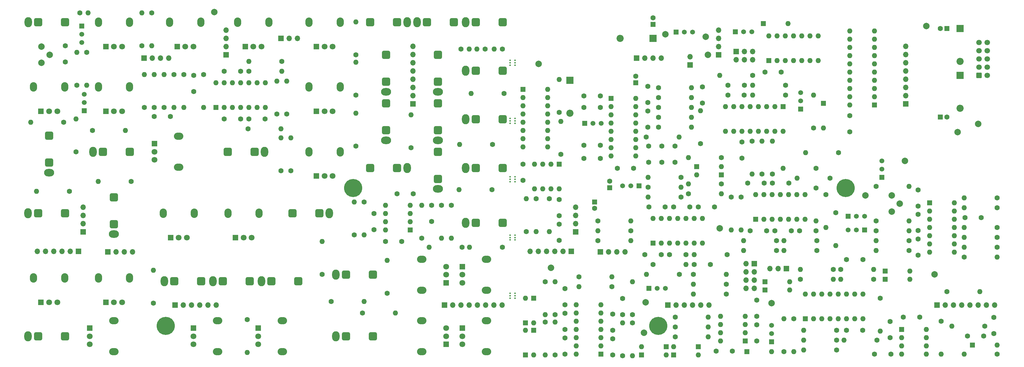
<source format=gbs>
%TF.GenerationSoftware,KiCad,Pcbnew,(6.0.6-0)*%
%TF.CreationDate,2023-05-13T23:48:37+01:00*%
%TF.ProjectId,ouroboros,6f75726f-626f-4726-9f73-2e6b69636164,r02*%
%TF.SameCoordinates,Original*%
%TF.FileFunction,Soldermask,Bot*%
%TF.FilePolarity,Negative*%
%FSLAX46Y46*%
G04 Gerber Fmt 4.6, Leading zero omitted, Abs format (unit mm)*
G04 Created by KiCad (PCBNEW (6.0.6-0)) date 2023-05-13 23:48:37*
%MOMM*%
%LPD*%
G01*
G04 APERTURE LIST*
G04 Aperture macros list*
%AMRoundRect*
0 Rectangle with rounded corners*
0 $1 Rounding radius*
0 $2 $3 $4 $5 $6 $7 $8 $9 X,Y pos of 4 corners*
0 Add a 4 corners polygon primitive as box body*
4,1,4,$2,$3,$4,$5,$6,$7,$8,$9,$2,$3,0*
0 Add four circle primitives for the rounded corners*
1,1,$1+$1,$2,$3*
1,1,$1+$1,$4,$5*
1,1,$1+$1,$6,$7*
1,1,$1+$1,$8,$9*
0 Add four rect primitives between the rounded corners*
20,1,$1+$1,$2,$3,$4,$5,0*
20,1,$1+$1,$4,$5,$6,$7,0*
20,1,$1+$1,$6,$7,$8,$9,0*
20,1,$1+$1,$8,$9,$2,$3,0*%
G04 Aperture macros list end*
%ADD10R,1.600000X1.600000*%
%ADD11O,1.600000X1.600000*%
%ADD12C,1.600000*%
%ADD13O,2.200000X2.900000*%
%ADD14R,1.800000X1.800000*%
%ADD15C,1.800000*%
%ADD16R,2.200000X2.200000*%
%ADD17O,2.200000X2.200000*%
%ADD18O,2.300000X3.100000*%
%ADD19RoundRect,0.650000X-0.650000X0.650000X-0.650000X-0.650000X0.650000X-0.650000X0.650000X0.650000X0*%
%ADD20O,2.900000X2.200000*%
%ADD21R,1.700000X1.700000*%
%ADD22O,1.700000X1.700000*%
%ADD23R,1.500000X1.500000*%
%ADD24C,1.500000*%
%ADD25O,3.100000X2.300000*%
%ADD26RoundRect,0.650000X-0.650000X-0.650000X0.650000X-0.650000X0.650000X0.650000X-0.650000X0.650000X0*%
%ADD27C,0.500000*%
%ADD28RoundRect,0.650000X0.650000X-0.650000X0.650000X0.650000X-0.650000X0.650000X-0.650000X-0.650000X0*%
%ADD29C,5.600000*%
%ADD30C,2.000000*%
%ADD31RoundRect,0.250000X-0.600000X-0.600000X0.600000X-0.600000X0.600000X0.600000X-0.600000X0.600000X0*%
%ADD32C,1.700000*%
G04 APERTURE END LIST*
D10*
%TO.C,U16*%
X311658000Y-95758000D03*
D11*
X311658000Y-98298000D03*
X311658000Y-100838000D03*
X311658000Y-103378000D03*
X311658000Y-105918000D03*
X311658000Y-108458000D03*
X311658000Y-110998000D03*
X319278000Y-110998000D03*
X319278000Y-108458000D03*
X319278000Y-105918000D03*
X319278000Y-103378000D03*
X319278000Y-100838000D03*
X319278000Y-98298000D03*
X319278000Y-95758000D03*
%TD*%
D12*
%TO.C,C2*%
X72390000Y-69088000D03*
X77390000Y-69088000D03*
%TD*%
%TO.C,R33*%
X137160000Y-95504000D03*
D11*
X137160000Y-105664000D03*
%TD*%
D12*
%TO.C,R7*%
X53340000Y-73406000D03*
D11*
X63500000Y-73406000D03*
%TD*%
D10*
%TO.C,U5*%
X210302000Y-142494000D03*
D11*
X210302000Y-139954000D03*
X210302000Y-137414000D03*
X210302000Y-134874000D03*
X210302000Y-132334000D03*
X210302000Y-129794000D03*
X210302000Y-127254000D03*
X202682000Y-127254000D03*
X202682000Y-129794000D03*
X202682000Y-132334000D03*
X202682000Y-134874000D03*
X202682000Y-137414000D03*
X202682000Y-139954000D03*
X202682000Y-142494000D03*
%TD*%
D12*
%TO.C,R92*%
X264414000Y-107442000D03*
D11*
X254254000Y-107442000D03*
%TD*%
D13*
%TO.C,RV2*%
X35200000Y-60000000D03*
X44800000Y-60000000D03*
D14*
X37500000Y-67500000D03*
D15*
X40000000Y-67500000D03*
X42500000Y-67500000D03*
%TD*%
D12*
%TO.C,R105*%
X280924000Y-88138000D03*
D11*
X270764000Y-88138000D03*
%TD*%
D13*
%TO.C,RV12*%
X95200000Y-99000000D03*
X104800000Y-99000000D03*
D14*
X97500000Y-106500000D03*
D15*
X100000000Y-106500000D03*
X102500000Y-106500000D03*
%TD*%
D12*
%TO.C,R55*%
X197866000Y-80772000D03*
D11*
X197866000Y-70612000D03*
%TD*%
D12*
%TO.C,R45*%
X179832000Y-109474000D03*
D11*
X169672000Y-109474000D03*
%TD*%
D12*
%TO.C,R89*%
X256921000Y-76708000D03*
D11*
X256921000Y-86868000D03*
%TD*%
D12*
%TO.C,R129*%
X332486000Y-109474000D03*
D11*
X322326000Y-109474000D03*
%TD*%
D16*
%TO.C,D21*%
X321056000Y-56388000D03*
D17*
X321056000Y-66548000D03*
%TD*%
D18*
%TO.C,J7*%
X75520000Y-120000000D03*
D19*
X86920000Y-120000000D03*
X78620000Y-120000000D03*
%TD*%
D12*
%TO.C,C51*%
X268986000Y-104394000D03*
X263986000Y-104394000D03*
%TD*%
D10*
%TO.C,D14*%
X260350000Y-40386000D03*
D11*
X267970000Y-40386000D03*
%TD*%
D20*
%TO.C,RV8*%
X80000000Y-84800000D03*
X80000000Y-75200000D03*
D14*
X72500000Y-77500000D03*
D15*
X72500000Y-80000000D03*
X72500000Y-82500000D03*
%TD*%
D10*
%TO.C,U13*%
X273304000Y-131572000D03*
D11*
X275844000Y-131572000D03*
X278384000Y-131572000D03*
X280924000Y-131572000D03*
X283464000Y-131572000D03*
X286004000Y-131572000D03*
X288544000Y-131572000D03*
X291084000Y-131572000D03*
X291084000Y-123952000D03*
X288544000Y-123952000D03*
X286004000Y-123952000D03*
X283464000Y-123952000D03*
X280924000Y-123952000D03*
X278384000Y-123952000D03*
X275844000Y-123952000D03*
X273304000Y-123952000D03*
%TD*%
D10*
%TO.C,C62*%
X315018500Y-69246000D03*
D12*
X317018500Y-69246000D03*
%TD*%
%TO.C,R1*%
X44450000Y-70866000D03*
D11*
X34290000Y-70866000D03*
%TD*%
D12*
%TO.C,R118*%
X296418000Y-125222000D03*
D11*
X296418000Y-135382000D03*
%TD*%
D12*
%TO.C,R74*%
X233172000Y-137160000D03*
D11*
X243332000Y-137160000D03*
%TD*%
D12*
%TO.C,R28*%
X134112000Y-105664000D03*
D11*
X134112000Y-95504000D03*
%TD*%
D12*
%TO.C,R17*%
X87630000Y-56134000D03*
D11*
X87630000Y-66294000D03*
%TD*%
D12*
%TO.C,R37*%
X161036000Y-96520000D03*
D11*
X161036000Y-106680000D03*
%TD*%
D12*
%TO.C,R69*%
X228082000Y-66304000D03*
D11*
X238242000Y-66304000D03*
%TD*%
D21*
%TO.C,J31*%
X221300000Y-51100000D03*
D22*
X223840000Y-51100000D03*
X226380000Y-51100000D03*
X228920000Y-51100000D03*
%TD*%
D23*
%TO.C,Q7*%
X262890000Y-138684000D03*
D24*
X262890000Y-136144000D03*
X262890000Y-133604000D03*
%TD*%
D12*
%TO.C,R59*%
X213614000Y-121666000D03*
D11*
X203454000Y-121666000D03*
%TD*%
D12*
%TO.C,R82*%
X247396000Y-89916000D03*
D11*
X237236000Y-89916000D03*
%TD*%
D12*
%TO.C,C19*%
X205058000Y-77978000D03*
X210058000Y-77978000D03*
%TD*%
D10*
%TO.C,D15*%
X260858000Y-120142000D03*
D11*
X268478000Y-120142000D03*
%TD*%
D23*
%TO.C,U8*%
X233426000Y-43032000D03*
D24*
X235966000Y-43032000D03*
X238506000Y-43032000D03*
%TD*%
D12*
%TO.C,C24*%
X213868000Y-142748000D03*
X213868000Y-137748000D03*
%TD*%
%TO.C,R36*%
X154940000Y-106680000D03*
D11*
X154940000Y-96520000D03*
%TD*%
D10*
%TO.C,U6*%
X213360000Y-63500000D03*
D11*
X213360000Y-66040000D03*
X213360000Y-68580000D03*
X213360000Y-71120000D03*
X213360000Y-73660000D03*
X213360000Y-76200000D03*
X213360000Y-78740000D03*
X213360000Y-81280000D03*
X220980000Y-81280000D03*
X220980000Y-78740000D03*
X220980000Y-76200000D03*
X220980000Y-73660000D03*
X220980000Y-71120000D03*
X220980000Y-68580000D03*
X220980000Y-66040000D03*
X220980000Y-63500000D03*
%TD*%
D10*
%TO.C,D1*%
X186944000Y-132842000D03*
D11*
X186944000Y-125222000D03*
%TD*%
D12*
%TO.C,R107*%
X282702000Y-98806000D03*
D11*
X282702000Y-108966000D03*
%TD*%
D12*
%TO.C,R44*%
X179861000Y-48260000D03*
D11*
X177321000Y-48260000D03*
%TD*%
D12*
%TO.C,C44*%
X254428000Y-62484000D03*
X249428000Y-62484000D03*
%TD*%
%TO.C,R48*%
X190246000Y-94488000D03*
D11*
X190246000Y-104648000D03*
%TD*%
D12*
%TO.C,R120*%
X305308000Y-110490000D03*
D11*
X295148000Y-110490000D03*
%TD*%
D10*
%TO.C,D11*%
X240284000Y-140208000D03*
D11*
X232664000Y-140208000D03*
%TD*%
D12*
%TO.C,R101*%
X276606000Y-91186000D03*
D11*
X276606000Y-101346000D03*
%TD*%
D12*
%TO.C,C29*%
X224780000Y-67400000D03*
X224780000Y-72400000D03*
%TD*%
%TO.C,R53*%
X196088000Y-142748000D03*
D11*
X196088000Y-132588000D03*
%TD*%
D23*
%TO.C,Q5*%
X225044000Y-122174000D03*
D24*
X227584000Y-122174000D03*
X230124000Y-122174000D03*
%TD*%
D12*
%TO.C,C15*%
X199136000Y-129874000D03*
X199136000Y-134874000D03*
%TD*%
D10*
%TO.C,C27*%
X220980000Y-58674000D03*
D12*
X220980000Y-56674000D03*
%TD*%
D10*
%TO.C,D10*%
X239776000Y-84582000D03*
D11*
X247396000Y-84582000D03*
%TD*%
D12*
%TO.C,R85*%
X248920000Y-123952000D03*
D11*
X238760000Y-123952000D03*
%TD*%
D12*
%TO.C,R8*%
X65278000Y-89154000D03*
D11*
X55118000Y-89154000D03*
%TD*%
D12*
%TO.C,R99*%
X275844000Y-72644000D03*
D11*
X275844000Y-62484000D03*
%TD*%
D25*
%TO.C,J21*%
X160000000Y-76480000D03*
D26*
X160000000Y-65080000D03*
X160000000Y-73380000D03*
%TD*%
D12*
%TO.C,R102*%
X276860000Y-107442000D03*
D11*
X266700000Y-107442000D03*
%TD*%
D12*
%TO.C,R22*%
X111506000Y-85852000D03*
D11*
X111506000Y-75692000D03*
%TD*%
D27*
%TO.C,mouse-bite-2*%
X182250000Y-70500000D03*
X183750000Y-70500000D03*
X182250000Y-71250000D03*
X182250000Y-69750000D03*
X183750000Y-71250000D03*
X183750000Y-69750000D03*
%TD*%
D12*
%TO.C,R56*%
X203454000Y-118618000D03*
D11*
X213614000Y-118618000D03*
%TD*%
D12*
%TO.C,R20*%
X101600000Y-55118000D03*
D11*
X111760000Y-55118000D03*
%TD*%
D23*
%TO.C,Q9*%
X286512000Y-99928000D03*
D24*
X289052000Y-99928000D03*
X291592000Y-99928000D03*
%TD*%
D12*
%TO.C,R54*%
X197358000Y-67818000D03*
D11*
X197358000Y-57658000D03*
%TD*%
D12*
%TO.C,C45*%
X258318000Y-125810000D03*
X258318000Y-130810000D03*
%TD*%
%TO.C,R43*%
X176657000Y-91694000D03*
D11*
X166497000Y-91694000D03*
%TD*%
D12*
%TO.C,R39*%
X167103000Y-48260000D03*
D11*
X169643000Y-48260000D03*
%TD*%
D12*
%TO.C,R9*%
X68580000Y-47244000D03*
D11*
X68580000Y-37084000D03*
%TD*%
D18*
%TO.C,J5*%
X53520000Y-80000000D03*
D19*
X64920000Y-80000000D03*
X56620000Y-80000000D03*
%TD*%
D12*
%TO.C,R12*%
X72390000Y-66294000D03*
D11*
X72390000Y-56134000D03*
%TD*%
D12*
%TO.C,R77*%
X234950000Y-93980000D03*
D11*
X224790000Y-93980000D03*
%TD*%
D12*
%TO.C,C42*%
X253746000Y-76962000D03*
X253746000Y-81962000D03*
%TD*%
%TO.C,R94*%
X266700000Y-141732000D03*
D11*
X266700000Y-131572000D03*
%TD*%
D12*
%TO.C,R50*%
X193040000Y-132588000D03*
D11*
X193040000Y-142748000D03*
%TD*%
D12*
%TO.C,C3*%
X84582000Y-61388000D03*
X84582000Y-56388000D03*
%TD*%
%TO.C,R35*%
X151638000Y-78740000D03*
D11*
X151638000Y-68580000D03*
%TD*%
D10*
%TO.C,D12*%
X247396000Y-87122000D03*
D11*
X239776000Y-87122000D03*
%TD*%
D12*
%TO.C,R58*%
X209296000Y-107442000D03*
D11*
X219456000Y-107442000D03*
%TD*%
D23*
%TO.C,Q2*%
X50800000Y-67310000D03*
D24*
X50800000Y-64770000D03*
X50800000Y-62230000D03*
%TD*%
D12*
%TO.C,R80*%
X241036000Y-77470000D03*
D11*
X241036000Y-67310000D03*
%TD*%
D18*
%TO.C,J24*%
X168520000Y-55000000D03*
D19*
X179920000Y-55000000D03*
X171620000Y-55000000D03*
%TD*%
D12*
%TO.C,C37*%
X236474000Y-111760000D03*
X231474000Y-111760000D03*
%TD*%
%TO.C,R67*%
X228082000Y-60208000D03*
D11*
X238242000Y-60208000D03*
%TD*%
D25*
%TO.C,J20*%
X160000000Y-61480000D03*
D26*
X160000000Y-50080000D03*
X160000000Y-58380000D03*
%TD*%
D12*
%TO.C,R98*%
X271780000Y-119380000D03*
D11*
X281940000Y-119380000D03*
%TD*%
D18*
%TO.C,J18*%
X150480000Y-85000000D03*
D28*
X139080000Y-85000000D03*
X147380000Y-85000000D03*
%TD*%
D12*
%TO.C,R26*%
X124206000Y-117856000D03*
D11*
X124206000Y-107696000D03*
%TD*%
D25*
%TO.C,J16*%
X144000000Y-61480000D03*
D26*
X144000000Y-50080000D03*
X144000000Y-58380000D03*
%TD*%
D12*
%TO.C,R46*%
X180340000Y-61976000D03*
D11*
X170180000Y-61976000D03*
%TD*%
D16*
%TO.C,D7*%
X226314000Y-44958000D03*
D17*
X216154000Y-44958000D03*
%TD*%
D12*
%TO.C,R3*%
X48514000Y-59436000D03*
D11*
X48514000Y-49276000D03*
%TD*%
D12*
%TO.C,C41*%
X245800000Y-141600000D03*
X250800000Y-141600000D03*
%TD*%
D10*
%TO.C,U12*%
X266446000Y-66040000D03*
D11*
X263906000Y-66040000D03*
X261366000Y-66040000D03*
X258826000Y-66040000D03*
X256286000Y-66040000D03*
X253746000Y-66040000D03*
X251206000Y-66040000D03*
X248666000Y-66040000D03*
X248666000Y-73660000D03*
X251206000Y-73660000D03*
X253746000Y-73660000D03*
X256286000Y-73660000D03*
X258826000Y-73660000D03*
X261366000Y-73660000D03*
X263906000Y-73660000D03*
X266446000Y-73660000D03*
%TD*%
D23*
%TO.C,Q6*%
X251714000Y-42926000D03*
D24*
X254254000Y-42926000D03*
X256794000Y-42926000D03*
%TD*%
D12*
%TO.C,R125*%
X332486000Y-94234000D03*
D11*
X322326000Y-94234000D03*
%TD*%
D10*
%TO.C,U15*%
X303022000Y-134874000D03*
D11*
X303022000Y-137414000D03*
X303022000Y-139954000D03*
X303022000Y-142494000D03*
X310642000Y-142494000D03*
X310642000Y-139954000D03*
X310642000Y-137414000D03*
X310642000Y-134874000D03*
%TD*%
D25*
%TO.C,J22*%
X160000000Y-91480000D03*
D26*
X160000000Y-80080000D03*
X160000000Y-88380000D03*
%TD*%
D20*
%TO.C,RV19*%
X155000000Y-141800000D03*
X155000000Y-132200000D03*
D14*
X162500000Y-139500000D03*
D15*
X162500000Y-137000000D03*
X162500000Y-134500000D03*
%TD*%
D18*
%TO.C,J14*%
X128520000Y-137000000D03*
D19*
X139920000Y-137000000D03*
X131620000Y-137000000D03*
%TD*%
D18*
%TO.C,J3*%
X33520000Y-99022500D03*
D19*
X44920000Y-99022500D03*
X36620000Y-99022500D03*
%TD*%
D12*
%TO.C,R57*%
X209296000Y-101346000D03*
D11*
X219456000Y-101346000D03*
%TD*%
D12*
%TO.C,R124*%
X328676000Y-133858000D03*
D11*
X318516000Y-133858000D03*
%TD*%
D27*
%TO.C,mouse-bite-4*%
X182250000Y-106500000D03*
X183750000Y-105750000D03*
X182250000Y-105750000D03*
X182250000Y-107250000D03*
X183750000Y-106500000D03*
X183750000Y-107250000D03*
%TD*%
D12*
%TO.C,R6*%
X51562000Y-49276000D03*
D11*
X51562000Y-59436000D03*
%TD*%
D23*
%TO.C,Q4*%
X221996000Y-90572000D03*
D24*
X219456000Y-90572000D03*
X216916000Y-90572000D03*
%TD*%
D12*
%TO.C,R90*%
X259969000Y-86868000D03*
D11*
X259969000Y-76708000D03*
%TD*%
D10*
%TO.C,D18*%
X297942000Y-116840000D03*
D11*
X305562000Y-116840000D03*
%TD*%
D13*
%TO.C,RV10*%
X77200000Y-40000000D03*
X86800000Y-40000000D03*
D14*
X79500000Y-47500000D03*
D15*
X82000000Y-47500000D03*
X84500000Y-47500000D03*
%TD*%
D23*
%TO.C,Q3*%
X205232000Y-71226000D03*
D24*
X207772000Y-71226000D03*
X210312000Y-71226000D03*
%TD*%
D10*
%TO.C,D19*%
X297942000Y-119380000D03*
D11*
X305562000Y-119380000D03*
%TD*%
D12*
%TO.C,R88*%
X257048000Y-56388000D03*
D11*
X246888000Y-56388000D03*
%TD*%
D10*
%TO.C,D17*%
X278892000Y-65024000D03*
D11*
X278892000Y-72644000D03*
%TD*%
D10*
%TO.C,C22*%
X213010000Y-91127500D03*
D12*
X213010000Y-89127500D03*
%TD*%
%TO.C,R14*%
X75438000Y-66294000D03*
D11*
X75438000Y-56134000D03*
%TD*%
D12*
%TO.C,R117*%
X295402000Y-138176000D03*
D11*
X285242000Y-138176000D03*
%TD*%
D12*
%TO.C,R13*%
X72136000Y-126746000D03*
D11*
X72136000Y-116586000D03*
%TD*%
D23*
%TO.C,Q8*%
X271886000Y-66802000D03*
D24*
X271886000Y-64262000D03*
X271886000Y-61722000D03*
%TD*%
D21*
%TO.C,J28*%
X201100000Y-110800000D03*
D22*
X198560000Y-110800000D03*
X196020000Y-110800000D03*
X193480000Y-110800000D03*
X190940000Y-110800000D03*
X188400000Y-110800000D03*
%TD*%
D13*
%TO.C,RV5*%
X55200000Y-60000000D03*
X64800000Y-60000000D03*
D14*
X57500000Y-67500000D03*
D15*
X60000000Y-67500000D03*
X62500000Y-67500000D03*
%TD*%
D12*
%TO.C,C16*%
X199136000Y-142494000D03*
X199136000Y-137494000D03*
%TD*%
D10*
%TO.C,D2*%
X186944000Y-142748000D03*
D11*
X186944000Y-135128000D03*
%TD*%
D12*
%TO.C,R34*%
X144272000Y-123698000D03*
D11*
X144272000Y-113538000D03*
%TD*%
D12*
%TO.C,C31*%
X225044000Y-97028000D03*
X230044000Y-97028000D03*
%TD*%
%TO.C,R70*%
X228082000Y-69352000D03*
D11*
X238242000Y-69352000D03*
%TD*%
D12*
%TO.C,R63*%
X219964000Y-132842000D03*
D11*
X219964000Y-143002000D03*
%TD*%
D10*
%TO.C,D8*%
X230378000Y-140208000D03*
D11*
X222758000Y-140208000D03*
%TD*%
D12*
%TO.C,R81*%
X247396000Y-81788000D03*
D11*
X237236000Y-81788000D03*
%TD*%
D25*
%TO.C,J2*%
X40000000Y-86480000D03*
D26*
X40000000Y-75080000D03*
X40000000Y-83380000D03*
%TD*%
D12*
%TO.C,R110*%
X282956000Y-141224000D03*
D11*
X272796000Y-141224000D03*
%TD*%
D12*
%TO.C,R84*%
X248920000Y-120904000D03*
D11*
X238760000Y-120904000D03*
%TD*%
D12*
%TO.C,R4*%
X48260000Y-80010000D03*
D11*
X48260000Y-69850000D03*
%TD*%
D18*
%TO.C,J12*%
X126480000Y-99000000D03*
D28*
X115080000Y-99000000D03*
X123380000Y-99000000D03*
%TD*%
D13*
%TO.C,RV6*%
X55200000Y-119000000D03*
X64800000Y-119000000D03*
D14*
X57500000Y-126500000D03*
D15*
X60000000Y-126500000D03*
X62500000Y-126500000D03*
%TD*%
D12*
%TO.C,R60*%
X216916000Y-143002000D03*
D11*
X216916000Y-132842000D03*
%TD*%
D25*
%TO.C,J17*%
X144000000Y-76480000D03*
D26*
X144000000Y-65080000D03*
X144000000Y-73380000D03*
%TD*%
D12*
%TO.C,R126*%
X332486000Y-97282000D03*
D11*
X322326000Y-97282000D03*
%TD*%
D12*
%TO.C,C60*%
X308102000Y-106934000D03*
X308102000Y-111934000D03*
%TD*%
D10*
%TO.C,C21*%
X208280000Y-95504000D03*
D12*
X208280000Y-97504000D03*
%TD*%
D16*
%TO.C,D20*%
X321056000Y-41910000D03*
D17*
X321056000Y-52070000D03*
%TD*%
D21*
%TO.C,J34*%
X304300000Y-65200000D03*
D22*
X304300000Y-62660000D03*
X304300000Y-60120000D03*
X304300000Y-57580000D03*
X304300000Y-55040000D03*
X304300000Y-52500000D03*
X304300000Y-49960000D03*
X304300000Y-47420000D03*
%TD*%
D12*
%TO.C,C35*%
X232664000Y-97028000D03*
X237664000Y-97028000D03*
%TD*%
D18*
%TO.C,J25*%
X168520000Y-70000000D03*
D19*
X179920000Y-70000000D03*
X171620000Y-70000000D03*
%TD*%
D10*
%TO.C,U1*%
X91440000Y-66294000D03*
D11*
X93980000Y-66294000D03*
X96520000Y-66294000D03*
X99060000Y-66294000D03*
X101600000Y-66294000D03*
X104140000Y-66294000D03*
X106680000Y-66294000D03*
X106680000Y-58674000D03*
X104140000Y-58674000D03*
X101600000Y-58674000D03*
X99060000Y-58674000D03*
X96520000Y-58674000D03*
X93980000Y-58674000D03*
X91440000Y-58674000D03*
%TD*%
D10*
%TO.C,D3*%
X189484000Y-125222000D03*
D11*
X189484000Y-132842000D03*
%TD*%
D10*
%TO.C,D16*%
X260858000Y-122682000D03*
D11*
X268478000Y-122682000D03*
%TD*%
D12*
%TO.C,R10*%
X69342000Y-66294000D03*
D11*
X69342000Y-56134000D03*
%TD*%
D12*
%TO.C,R31*%
X134620000Y-78232000D03*
D11*
X134620000Y-68072000D03*
%TD*%
D12*
%TO.C,R86*%
X250444000Y-93980000D03*
D11*
X250444000Y-104140000D03*
%TD*%
D29*
%TO.C,H3*%
X228000000Y-133800000D03*
%TD*%
D12*
%TO.C,C48*%
X260604000Y-89662000D03*
X255604000Y-89662000D03*
%TD*%
%TO.C,R66*%
X226314000Y-114808000D03*
D11*
X236474000Y-114808000D03*
%TD*%
D12*
%TO.C,C23*%
X213868000Y-130128000D03*
X213868000Y-135128000D03*
%TD*%
%TO.C,R61*%
X219456000Y-104394000D03*
D11*
X209296000Y-104394000D03*
%TD*%
D12*
%TO.C,R19*%
X101092000Y-131826000D03*
D11*
X101092000Y-141986000D03*
%TD*%
D23*
%TO.C,Q1*%
X50038000Y-41148000D03*
D24*
X50038000Y-43688000D03*
X50038000Y-46228000D03*
%TD*%
D13*
%TO.C,RV15*%
X129800000Y-40000000D03*
X120200000Y-40000000D03*
D14*
X122500000Y-47500000D03*
D15*
X125000000Y-47500000D03*
X127500000Y-47500000D03*
%TD*%
D12*
%TO.C,R122*%
X316992000Y-123190000D03*
D11*
X327152000Y-123190000D03*
%TD*%
D10*
%TO.C,D22*%
X324866000Y-139700000D03*
D11*
X332486000Y-139700000D03*
%TD*%
D12*
%TO.C,C61*%
X308610000Y-131064000D03*
X303610000Y-131064000D03*
%TD*%
%TO.C,R113*%
X294386000Y-119380000D03*
D11*
X284226000Y-119380000D03*
%TD*%
D12*
%TO.C,C20*%
X205058000Y-82042000D03*
X210058000Y-82042000D03*
%TD*%
%TO.C,C40*%
X245284000Y-97028000D03*
X240284000Y-97028000D03*
%TD*%
%TO.C,R103*%
X276860000Y-110490000D03*
D11*
X266700000Y-110490000D03*
%TD*%
D21*
%TO.C,J30*%
X210100000Y-110900000D03*
D22*
X212640000Y-110900000D03*
X215180000Y-110900000D03*
X217720000Y-110900000D03*
%TD*%
D12*
%TO.C,R119*%
X305308000Y-107442000D03*
D11*
X295148000Y-107442000D03*
%TD*%
D12*
%TO.C,R121*%
X315214000Y-132334000D03*
D11*
X315214000Y-142494000D03*
%TD*%
D12*
%TO.C,C18*%
X205058000Y-66294000D03*
X210058000Y-66294000D03*
%TD*%
%TO.C,R16*%
X81534000Y-56134000D03*
D11*
X81534000Y-66294000D03*
%TD*%
D21*
%TO.C,J33*%
X246600000Y-50100000D03*
D22*
X246600000Y-47560000D03*
X246600000Y-45020000D03*
X246600000Y-42480000D03*
%TD*%
D13*
%TO.C,RV17*%
X120200000Y-80000000D03*
X129800000Y-80000000D03*
D14*
X122500000Y-87500000D03*
D15*
X125000000Y-87500000D03*
X127500000Y-87500000D03*
%TD*%
D21*
%TO.C,J32*%
X230900000Y-127400000D03*
D22*
X233440000Y-127400000D03*
X235980000Y-127400000D03*
X238520000Y-127400000D03*
X241060000Y-127400000D03*
X243600000Y-127400000D03*
%TD*%
D23*
%TO.C,Q11*%
X296926000Y-87884000D03*
D24*
X296926000Y-85344000D03*
X296926000Y-82804000D03*
%TD*%
D12*
%TO.C,R47*%
X187198000Y-104648000D03*
D11*
X187198000Y-94488000D03*
%TD*%
D12*
%TO.C,C26*%
X220382000Y-85100000D03*
X215382000Y-85100000D03*
%TD*%
%TO.C,C43*%
X254508000Y-59436000D03*
X249508000Y-59436000D03*
%TD*%
%TO.C,C66*%
X331470000Y-131144000D03*
X331470000Y-136144000D03*
%TD*%
%TO.C,C39*%
X244014000Y-114808000D03*
X239014000Y-114808000D03*
%TD*%
%TO.C,C28*%
X224780000Y-64780000D03*
X224780000Y-59780000D03*
%TD*%
D10*
%TO.C,C32*%
X226314000Y-40640000D03*
D12*
X226314000Y-38640000D03*
%TD*%
%TO.C,C6*%
X101600000Y-69850000D03*
X106600000Y-69850000D03*
%TD*%
%TO.C,C34*%
X229098000Y-83242000D03*
X229098000Y-78242000D03*
%TD*%
%TO.C,R24*%
X113284000Y-68326000D03*
D11*
X113284000Y-58166000D03*
%TD*%
D12*
%TO.C,C1*%
X44958000Y-47284000D03*
X44958000Y-52284000D03*
%TD*%
%TO.C,R5*%
X49501000Y-37084000D03*
D11*
X52041000Y-37084000D03*
%TD*%
D18*
%TO.C,J26*%
X168520000Y-85000000D03*
D19*
X179920000Y-85000000D03*
X171620000Y-85000000D03*
%TD*%
D18*
%TO.C,J8*%
X90520000Y-120000000D03*
D19*
X101920000Y-120000000D03*
X93620000Y-120000000D03*
%TD*%
D12*
%TO.C,C57*%
X299466000Y-137414000D03*
X299466000Y-132414000D03*
%TD*%
D13*
%TO.C,RV16*%
X129800000Y-60000000D03*
X120200000Y-60000000D03*
D14*
X122500000Y-67500000D03*
D15*
X125000000Y-67500000D03*
X127500000Y-67500000D03*
%TD*%
D12*
%TO.C,C14*%
X199136000Y-122254000D03*
X199136000Y-127254000D03*
%TD*%
%TO.C,C7*%
X140208000Y-99060000D03*
X140208000Y-104060000D03*
%TD*%
%TO.C,R128*%
X332486000Y-106426000D03*
D11*
X322326000Y-106426000D03*
%TD*%
D12*
%TO.C,C13*%
X197358000Y-102362000D03*
X197358000Y-107362000D03*
%TD*%
%TO.C,R27*%
X127000000Y-126238000D03*
D11*
X137160000Y-126238000D03*
%TD*%
D12*
%TO.C,C54*%
X291084000Y-113284000D03*
X286084000Y-113284000D03*
%TD*%
%TO.C,C56*%
X294720000Y-142494000D03*
X299720000Y-142494000D03*
%TD*%
%TO.C,R127*%
X332486000Y-103378000D03*
D11*
X322326000Y-103378000D03*
%TD*%
D10*
%TO.C,U9*%
X254762000Y-138430000D03*
D11*
X254762000Y-135890000D03*
X254762000Y-133350000D03*
X254762000Y-130810000D03*
X247142000Y-130810000D03*
X247142000Y-133350000D03*
X247142000Y-135890000D03*
X247142000Y-138430000D03*
%TD*%
D12*
%TO.C,C38*%
X241554000Y-64944000D03*
X241554000Y-59944000D03*
%TD*%
%TO.C,C65*%
X327580000Y-100330000D03*
X322580000Y-100330000D03*
%TD*%
%TO.C,R68*%
X228082000Y-63256000D03*
D11*
X238242000Y-63256000D03*
%TD*%
D12*
%TO.C,R91*%
X263144000Y-86868000D03*
D11*
X263144000Y-76708000D03*
%TD*%
D10*
%TO.C,C63*%
X316992000Y-41910000D03*
D12*
X314992000Y-41910000D03*
%TD*%
%TO.C,C5*%
X99060000Y-69850000D03*
X94060000Y-69850000D03*
%TD*%
%TO.C,R32*%
X136652000Y-129794000D03*
D11*
X146812000Y-129794000D03*
%TD*%
D12*
%TO.C,C12*%
X197358000Y-94742000D03*
X197358000Y-99742000D03*
%TD*%
%TO.C,R18*%
X101346000Y-72898000D03*
D11*
X111506000Y-72898000D03*
%TD*%
D10*
%TO.C,U14*%
X294640000Y-65532000D03*
D11*
X294640000Y-62992000D03*
X294640000Y-60452000D03*
X294640000Y-57912000D03*
X294640000Y-55372000D03*
X294640000Y-52832000D03*
X294640000Y-50292000D03*
X294640000Y-47752000D03*
X294640000Y-45212000D03*
X294640000Y-42672000D03*
X287020000Y-42672000D03*
X287020000Y-45212000D03*
X287020000Y-47752000D03*
X287020000Y-50292000D03*
X287020000Y-52832000D03*
X287020000Y-55372000D03*
X287020000Y-57912000D03*
X287020000Y-60452000D03*
X287020000Y-62992000D03*
X287020000Y-65532000D03*
%TD*%
D12*
%TO.C,C47*%
X260858000Y-55372000D03*
X265858000Y-55372000D03*
%TD*%
%TO.C,R112*%
X284226000Y-116332000D03*
D11*
X294386000Y-116332000D03*
%TD*%
D12*
%TO.C,R116*%
X295148000Y-104394000D03*
D11*
X305308000Y-104394000D03*
%TD*%
D12*
%TO.C,R123*%
X322326000Y-112522000D03*
D11*
X332486000Y-112522000D03*
%TD*%
D10*
%TO.C,U7*%
X226314000Y-108204000D03*
D11*
X228854000Y-108204000D03*
X231394000Y-108204000D03*
X233934000Y-108204000D03*
X236474000Y-108204000D03*
X239014000Y-108204000D03*
X241554000Y-108204000D03*
X241554000Y-100584000D03*
X239014000Y-100584000D03*
X236474000Y-100584000D03*
X233934000Y-100584000D03*
X231394000Y-100584000D03*
X228854000Y-100584000D03*
X226314000Y-100584000D03*
%TD*%
D12*
%TO.C,R42*%
X176784000Y-77724000D03*
D11*
X166624000Y-77724000D03*
%TD*%
D12*
%TO.C,C36*%
X233162000Y-83242000D03*
X233162000Y-78242000D03*
%TD*%
D13*
%TO.C,RV13*%
X107800000Y-40000000D03*
X98200000Y-40000000D03*
D14*
X100500000Y-47500000D03*
D15*
X103000000Y-47500000D03*
X105500000Y-47500000D03*
%TD*%
D13*
%TO.C,RV9*%
X75200000Y-99000000D03*
X84800000Y-99000000D03*
D14*
X77500000Y-106500000D03*
D15*
X80000000Y-106500000D03*
X82500000Y-106500000D03*
%TD*%
D12*
%TO.C,R114*%
X295148000Y-90678000D03*
D11*
X305308000Y-90678000D03*
%TD*%
D12*
%TO.C,R130*%
X332486000Y-142494000D03*
D11*
X322326000Y-142494000D03*
%TD*%
D20*
%TO.C,RV7*%
X60000000Y-141800000D03*
X60000000Y-132200000D03*
D14*
X52500000Y-134500000D03*
D15*
X52500000Y-137000000D03*
X52500000Y-139500000D03*
%TD*%
D12*
%TO.C,C11*%
X186182000Y-88820000D03*
X186182000Y-83820000D03*
%TD*%
%TO.C,R21*%
X110236000Y-68326000D03*
D11*
X110236000Y-58166000D03*
%TD*%
D20*
%TO.C,RV18*%
X155000000Y-113200000D03*
X155000000Y-122800000D03*
D14*
X162500000Y-120500000D03*
D15*
X162500000Y-118000000D03*
X162500000Y-115500000D03*
%TD*%
D12*
%TO.C,R111*%
X283600000Y-80300000D03*
D11*
X273440000Y-80300000D03*
%TD*%
D12*
%TO.C,R109*%
X282956000Y-138176000D03*
D11*
X272796000Y-138176000D03*
%TD*%
D12*
%TO.C,C52*%
X271606000Y-104394000D03*
X276606000Y-104394000D03*
%TD*%
D10*
%TO.C,U3*%
X186182000Y-60706000D03*
D11*
X186182000Y-63246000D03*
X186182000Y-65786000D03*
X186182000Y-68326000D03*
X186182000Y-70866000D03*
X186182000Y-73406000D03*
X186182000Y-75946000D03*
X186182000Y-78486000D03*
X193802000Y-78486000D03*
X193802000Y-75946000D03*
X193802000Y-73406000D03*
X193802000Y-70866000D03*
X193802000Y-68326000D03*
X193802000Y-65786000D03*
X193802000Y-63246000D03*
X193802000Y-60706000D03*
%TD*%
D18*
%TO.C,J13*%
X128520000Y-118000000D03*
D19*
X139920000Y-118000000D03*
X131620000Y-118000000D03*
%TD*%
D12*
%TO.C,R71*%
X228082000Y-72400000D03*
D11*
X238242000Y-72400000D03*
%TD*%
D12*
%TO.C,R65*%
X224790000Y-90932000D03*
D11*
X234950000Y-90932000D03*
%TD*%
D10*
%TO.C,U4*%
X197358000Y-83820000D03*
D11*
X194818000Y-83820000D03*
X192278000Y-83820000D03*
X189738000Y-83820000D03*
X189738000Y-91440000D03*
X192278000Y-91440000D03*
X194818000Y-91440000D03*
X197358000Y-91440000D03*
%TD*%
D13*
%TO.C,RV4*%
X64800000Y-40000000D03*
X55200000Y-40000000D03*
D14*
X57500000Y-47500000D03*
D15*
X60000000Y-47500000D03*
X62500000Y-47500000D03*
%TD*%
D12*
%TO.C,R83*%
X249174000Y-111760000D03*
D11*
X239014000Y-111760000D03*
%TD*%
D12*
%TO.C,C46*%
X258318000Y-133430000D03*
X258318000Y-138430000D03*
%TD*%
%TO.C,R75*%
X234442000Y-117856000D03*
D11*
X224282000Y-117856000D03*
%TD*%
D12*
%TO.C,R106*%
X281940000Y-116332000D03*
D11*
X271780000Y-116332000D03*
%TD*%
D12*
%TO.C,R11*%
X71628000Y-37084000D03*
D11*
X71628000Y-47244000D03*
%TD*%
D12*
%TO.C,R64*%
X224272000Y-75448000D03*
D11*
X234432000Y-75448000D03*
%TD*%
D18*
%TO.C,J4*%
X33520000Y-137000000D03*
D19*
X44920000Y-137000000D03*
X36620000Y-137000000D03*
%TD*%
D12*
%TO.C,R96*%
X267208000Y-62484000D03*
D11*
X257048000Y-62484000D03*
%TD*%
D12*
%TO.C,R104*%
X279654000Y-93218000D03*
D11*
X279654000Y-103378000D03*
%TD*%
D10*
%TO.C,U2*%
X151384000Y-104140000D03*
D11*
X151384000Y-101600000D03*
X151384000Y-99060000D03*
X151384000Y-96520000D03*
X143764000Y-96520000D03*
X143764000Y-99060000D03*
X143764000Y-101600000D03*
X143764000Y-104140000D03*
%TD*%
D29*
%TO.C,H4*%
X285800000Y-91200000D03*
%TD*%
%TO.C,H1*%
X76000000Y-133800000D03*
%TD*%
D12*
%TO.C,R51*%
X194310000Y-94488000D03*
D11*
X194310000Y-104648000D03*
%TD*%
D12*
%TO.C,R93*%
X264414000Y-110490000D03*
D11*
X254254000Y-110490000D03*
%TD*%
D20*
%TO.C,RV20*%
X175000000Y-122800000D03*
X175000000Y-113200000D03*
D14*
X167500000Y-115500000D03*
D15*
X167500000Y-118000000D03*
X167500000Y-120500000D03*
%TD*%
D12*
%TO.C,C9*%
X147320000Y-92964000D03*
X152320000Y-92964000D03*
%TD*%
%TO.C,R2*%
X46228000Y-92202000D03*
D11*
X36068000Y-92202000D03*
%TD*%
D12*
%TO.C,R97*%
X269748000Y-131572000D03*
D11*
X269748000Y-141732000D03*
%TD*%
D12*
%TO.C,R87*%
X253492000Y-93980000D03*
D11*
X253492000Y-104140000D03*
%TD*%
D30*
%TO.C,RV1*%
X37632000Y-47538000D03*
X40132000Y-50038000D03*
X37632000Y-52538000D03*
%TD*%
D12*
%TO.C,C53*%
X287020000Y-68834000D03*
X287020000Y-73834000D03*
%TD*%
%TO.C,C58*%
X308102000Y-96774000D03*
X308102000Y-91774000D03*
%TD*%
%TO.C,R95*%
X267208000Y-59436000D03*
D11*
X257048000Y-59436000D03*
%TD*%
D12*
%TO.C,C55*%
X291004000Y-135128000D03*
X286004000Y-135128000D03*
%TD*%
D10*
%TO.C,U10*%
X258059000Y-100828000D03*
D11*
X260599000Y-100828000D03*
X263139000Y-100828000D03*
X265679000Y-100828000D03*
X268219000Y-100828000D03*
X270759000Y-100828000D03*
X273299000Y-100828000D03*
X273299000Y-93208000D03*
X270759000Y-93208000D03*
X268219000Y-93208000D03*
X265679000Y-93208000D03*
X263139000Y-93208000D03*
X260599000Y-93208000D03*
X258059000Y-93208000D03*
%TD*%
D25*
%TO.C,J6*%
X60000000Y-105480000D03*
D26*
X60000000Y-94080000D03*
X60000000Y-102380000D03*
%TD*%
D12*
%TO.C,R25*%
X114554000Y-85852000D03*
D11*
X114554000Y-75692000D03*
%TD*%
D12*
%TO.C,R76*%
X234950000Y-87884000D03*
D11*
X224790000Y-87884000D03*
%TD*%
D21*
%TO.C,J29*%
X202500000Y-104800000D03*
D22*
X202500000Y-102260000D03*
X202500000Y-99720000D03*
X202500000Y-97180000D03*
%TD*%
D27*
%TO.C,mouse-bite-3*%
X182250000Y-89250000D03*
X183750000Y-88500000D03*
X182250000Y-87750000D03*
X182250000Y-88500000D03*
X183750000Y-89250000D03*
X183750000Y-87750000D03*
%TD*%
D12*
%TO.C,C25*%
X216916000Y-125302000D03*
X216916000Y-130302000D03*
%TD*%
D27*
%TO.C,mouse-bite-5*%
X183750000Y-124500000D03*
X182250000Y-125250000D03*
X182250000Y-124500000D03*
X183750000Y-125250000D03*
X183750000Y-123750000D03*
X182250000Y-123750000D03*
%TD*%
D12*
%TO.C,R49*%
X193040000Y-120142000D03*
D11*
X193040000Y-130302000D03*
%TD*%
D29*
%TO.C,H2*%
X133800000Y-91200000D03*
%TD*%
D18*
%TO.C,J11*%
X105520000Y-120020000D03*
D19*
X116920000Y-120020000D03*
X108620000Y-120020000D03*
%TD*%
D13*
%TO.C,RV3*%
X44800000Y-119000000D03*
X35200000Y-119000000D03*
D14*
X37500000Y-126500000D03*
D15*
X40000000Y-126500000D03*
X42500000Y-126500000D03*
%TD*%
D12*
%TO.C,C50*%
X263224000Y-89662000D03*
X268224000Y-89662000D03*
%TD*%
%TO.C,C8*%
X143764000Y-107696000D03*
X148764000Y-107696000D03*
%TD*%
%TO.C,R73*%
X233172000Y-134112000D03*
D11*
X243332000Y-134112000D03*
%TD*%
D12*
%TO.C,R30*%
X134620000Y-62484000D03*
D11*
X134620000Y-52324000D03*
%TD*%
D12*
%TO.C,R78*%
X237236000Y-92964000D03*
D11*
X247396000Y-92964000D03*
%TD*%
D12*
%TO.C,C49*%
X261366000Y-104394000D03*
X256366000Y-104394000D03*
%TD*%
D20*
%TO.C,RV14*%
X112000000Y-132200000D03*
X112000000Y-141800000D03*
D14*
X104500000Y-134500000D03*
D15*
X104500000Y-137000000D03*
X104500000Y-139500000D03*
%TD*%
D27*
%TO.C,mouse-bite-1*%
X183750000Y-51750000D03*
X182250000Y-53250000D03*
X183750000Y-52500000D03*
X183750000Y-53250000D03*
X182250000Y-51750000D03*
X182250000Y-52500000D03*
%TD*%
D20*
%TO.C,RV11*%
X92000000Y-141800000D03*
X92000000Y-132200000D03*
D14*
X84500000Y-134500000D03*
D15*
X84500000Y-137000000D03*
X84500000Y-139500000D03*
%TD*%
D12*
%TO.C,R79*%
X238760000Y-117856000D03*
D11*
X248920000Y-117856000D03*
%TD*%
D12*
%TO.C,R29*%
X134620000Y-50038000D03*
D11*
X134620000Y-39878000D03*
%TD*%
D16*
%TO.C,D5*%
X200660000Y-57912000D03*
D17*
X200660000Y-68072000D03*
%TD*%
D10*
%TO.C,D4*%
X189484000Y-135128000D03*
D11*
X189484000Y-142748000D03*
%TD*%
D12*
%TO.C,R40*%
X167386000Y-109474000D03*
D11*
X157226000Y-109474000D03*
%TD*%
D12*
%TO.C,R38*%
X164084000Y-96520000D03*
D11*
X164084000Y-106680000D03*
%TD*%
D12*
%TO.C,C17*%
X205058000Y-62738000D03*
X210058000Y-62738000D03*
%TD*%
D18*
%TO.C,J23*%
X168520000Y-40000000D03*
D19*
X179920000Y-40000000D03*
X171620000Y-40000000D03*
%TD*%
D12*
%TO.C,R72*%
X233172000Y-131064000D03*
D11*
X243332000Y-131064000D03*
%TD*%
D18*
%TO.C,J1*%
X33542500Y-40000000D03*
D19*
X44942500Y-40000000D03*
X36642500Y-40000000D03*
%TD*%
D18*
%TO.C,J27*%
X168520000Y-102000000D03*
D19*
X179920000Y-102000000D03*
X171620000Y-102000000D03*
%TD*%
D12*
%TO.C,R41*%
X174498000Y-48260000D03*
D11*
X171958000Y-48260000D03*
%TD*%
D12*
%TO.C,C4*%
X94060000Y-55118000D03*
X99060000Y-55118000D03*
%TD*%
D10*
%TO.C,D9*%
X232664000Y-142748000D03*
D11*
X240284000Y-142748000D03*
%TD*%
D12*
%TO.C,C59*%
X308102000Y-99314000D03*
X308102000Y-104314000D03*
%TD*%
D23*
%TO.C,Q10*%
X291592000Y-104140000D03*
D24*
X289052000Y-104140000D03*
X286512000Y-104140000D03*
%TD*%
D10*
%TO.C,U11*%
X262123000Y-51806000D03*
D11*
X264663000Y-51806000D03*
X267203000Y-51806000D03*
X269743000Y-51806000D03*
X272283000Y-51806000D03*
X274823000Y-51806000D03*
X277363000Y-51806000D03*
X277363000Y-44186000D03*
X274823000Y-44186000D03*
X272283000Y-44186000D03*
X269743000Y-44186000D03*
X267203000Y-44186000D03*
X264663000Y-44186000D03*
X262123000Y-44186000D03*
%TD*%
D12*
%TO.C,R15*%
X78486000Y-56134000D03*
D11*
X78486000Y-66294000D03*
%TD*%
D12*
%TO.C,C33*%
X228854000Y-111760000D03*
X223854000Y-111760000D03*
%TD*%
%TO.C,C30*%
X225034000Y-83242000D03*
X225034000Y-78242000D03*
%TD*%
D21*
%TO.C,J10*%
X111521000Y-44958000D03*
D22*
X114061000Y-44958000D03*
X116601000Y-44958000D03*
%TD*%
D20*
%TO.C,RV21*%
X175000000Y-132200000D03*
X175000000Y-141800000D03*
D14*
X167500000Y-134500000D03*
D15*
X167500000Y-137000000D03*
X167500000Y-139500000D03*
%TD*%
D12*
%TO.C,R23*%
X111760000Y-52070000D03*
D11*
X101600000Y-52070000D03*
%TD*%
D12*
%TO.C,R108*%
X282956000Y-135128000D03*
D11*
X272796000Y-135128000D03*
%TD*%
D12*
%TO.C,R115*%
X295148000Y-101346000D03*
D11*
X305308000Y-101346000D03*
%TD*%
D12*
%TO.C,C10*%
X157988000Y-101520000D03*
X157988000Y-96520000D03*
%TD*%
%TO.C,R62*%
X219964000Y-130302000D03*
D11*
X219964000Y-120142000D03*
%TD*%
D18*
%TO.C,J9*%
X106480000Y-80000000D03*
D28*
X95080000Y-80000000D03*
X103380000Y-80000000D03*
%TD*%
D21*
%TO.C,J35*%
X314020000Y-127400000D03*
D22*
X316560000Y-127400000D03*
X319100000Y-127400000D03*
X321640000Y-127400000D03*
X324180000Y-127400000D03*
X326720000Y-127400000D03*
X329260000Y-127400000D03*
X331800000Y-127400000D03*
%TD*%
D10*
%TO.C,D13*%
X255270000Y-141732000D03*
D11*
X262890000Y-141732000D03*
%TD*%
D18*
%TO.C,J15*%
X150480000Y-40000000D03*
D28*
X139080000Y-40000000D03*
X147380000Y-40000000D03*
%TD*%
D12*
%TO.C,R52*%
X196088000Y-130302000D03*
D11*
X196088000Y-120142000D03*
%TD*%
D12*
%TO.C,R100*%
X276606000Y-85090000D03*
D11*
X266446000Y-85090000D03*
%TD*%
D10*
%TO.C,D6*%
X222758000Y-142748000D03*
D11*
X230378000Y-142748000D03*
%TD*%
D18*
%TO.C,J19*%
X153520000Y-40000000D03*
D19*
X164920000Y-40000000D03*
X156620000Y-40000000D03*
%TD*%
D12*
%TO.C,C64*%
X323382000Y-136906000D03*
X328382000Y-136906000D03*
%TD*%
D21*
%TO.C,J44*%
X69300000Y-51100000D03*
D22*
X71840000Y-51100000D03*
X74380000Y-51100000D03*
X76920000Y-51100000D03*
%TD*%
D21*
%TO.C,J47*%
X49100000Y-110800000D03*
D22*
X46560000Y-110800000D03*
X44020000Y-110800000D03*
X41480000Y-110800000D03*
X38940000Y-110800000D03*
X36400000Y-110800000D03*
%TD*%
D21*
%TO.C,J43*%
X78900000Y-127400000D03*
D22*
X81440000Y-127400000D03*
X83980000Y-127400000D03*
X86520000Y-127400000D03*
X89060000Y-127400000D03*
X91600000Y-127400000D03*
%TD*%
D30*
%TO.C,RV22*%
X299974000Y-98512000D03*
X302474000Y-96012000D03*
X299974000Y-93512000D03*
%TD*%
%TO.C,TP2*%
X320294000Y-73914000D03*
%TD*%
%TO.C,TP14*%
X191008000Y-52832000D03*
%TD*%
D21*
%TO.C,J40*%
X162020000Y-127400000D03*
D22*
X164560000Y-127400000D03*
X167100000Y-127400000D03*
X169640000Y-127400000D03*
X172180000Y-127400000D03*
X174720000Y-127400000D03*
X177260000Y-127400000D03*
X179800000Y-127400000D03*
%TD*%
D21*
%TO.C,J45*%
X58100000Y-110900000D03*
D22*
X60640000Y-110900000D03*
X63180000Y-110900000D03*
X65720000Y-110900000D03*
%TD*%
D30*
%TO.C,TP16*%
X90932000Y-36830000D03*
%TD*%
%TO.C,TP8*%
X246888000Y-103632000D03*
%TD*%
%TO.C,TP3*%
X313182000Y-117856000D03*
%TD*%
%TO.C,TP4*%
X310642000Y-41148000D03*
%TD*%
D31*
%TO.C,J36*%
X326898000Y-56388000D03*
D32*
X329438000Y-56388000D03*
X326898000Y-53848000D03*
X329438000Y-53848000D03*
X326898000Y-51308000D03*
X329438000Y-51308000D03*
X326898000Y-48768000D03*
X329438000Y-48768000D03*
X326898000Y-46228000D03*
X329438000Y-46228000D03*
%TD*%
D30*
%TO.C,TP15*%
X194818000Y-115824000D03*
%TD*%
%TO.C,TP5*%
X304038000Y-82804000D03*
%TD*%
D21*
%TO.C,J46*%
X50500000Y-104800000D03*
D22*
X50500000Y-102260000D03*
X50500000Y-99720000D03*
X50500000Y-97180000D03*
%TD*%
D21*
%TO.C,JP1*%
X237800000Y-53240000D03*
D22*
X237800000Y-50700000D03*
%TD*%
D21*
%TO.C,J37*%
X267462000Y-116078000D03*
D22*
X264922000Y-116078000D03*
X262382000Y-116078000D03*
%TD*%
D21*
%TO.C,J38*%
X257556000Y-114554000D03*
D22*
X255016000Y-114554000D03*
X257556000Y-117094000D03*
X255016000Y-117094000D03*
X257556000Y-119634000D03*
X255016000Y-119634000D03*
X257556000Y-122174000D03*
X255016000Y-122174000D03*
%TD*%
D30*
%TO.C,TP13*%
X223520000Y-135890000D03*
%TD*%
%TO.C,TP9*%
X243270000Y-50046000D03*
%TD*%
%TO.C,TP11*%
X230124000Y-43688000D03*
%TD*%
D21*
%TO.C,J41*%
X152300000Y-65200000D03*
D22*
X152300000Y-62660000D03*
X152300000Y-60120000D03*
X152300000Y-57580000D03*
X152300000Y-55040000D03*
X152300000Y-52500000D03*
X152300000Y-49960000D03*
X152300000Y-47420000D03*
%TD*%
D30*
%TO.C,TP10*%
X242570000Y-44450000D03*
%TD*%
D21*
%TO.C,J39*%
X251968000Y-49017000D03*
D22*
X251968000Y-51557000D03*
X254508000Y-49017000D03*
X254508000Y-51557000D03*
X257048000Y-49017000D03*
X257048000Y-51557000D03*
%TD*%
D30*
%TO.C,TP1*%
X326644000Y-71374000D03*
%TD*%
%TO.C,TP12*%
X224028000Y-126492000D03*
%TD*%
%TO.C,TP7*%
X262890000Y-126746000D03*
%TD*%
%TO.C,TP6*%
X291846000Y-93472000D03*
%TD*%
D21*
%TO.C,J42*%
X94600000Y-50100000D03*
D22*
X94600000Y-47560000D03*
X94600000Y-45020000D03*
X94600000Y-42480000D03*
%TD*%
M02*

</source>
